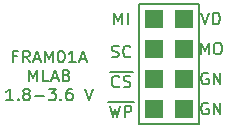
<source format=gbr>
%TF.GenerationSoftware,KiCad,Pcbnew,6.0.11+dfsg-1~bpo11+1*%
%TF.CreationDate,2023-04-13T12:00:23+00:00*%
%TF.ProjectId,FRAM01A,4652414d-3031-4412-9e6b-696361645f70,rev?*%
%TF.SameCoordinates,Original*%
%TF.FileFunction,Legend,Top*%
%TF.FilePolarity,Positive*%
%FSLAX46Y46*%
G04 Gerber Fmt 4.6, Leading zero omitted, Abs format (unit mm)*
G04 Created by KiCad (PCBNEW 6.0.11+dfsg-1~bpo11+1) date 2023-04-13 12:00:23*
%MOMM*%
%LPD*%
G01*
G04 APERTURE LIST*
%ADD10C,0.150000*%
%ADD11R,1.524000X1.524000*%
G04 APERTURE END LIST*
D10*
X150042666Y-82002380D02*
X150376000Y-83002380D01*
X150709333Y-82002380D01*
X151042666Y-83002380D02*
X151042666Y-82002380D01*
X151280761Y-82002380D01*
X151423619Y-82050000D01*
X151518857Y-82145238D01*
X151566476Y-82240476D01*
X151614095Y-82430952D01*
X151614095Y-82573809D01*
X151566476Y-82764285D01*
X151518857Y-82859523D01*
X151423619Y-82954761D01*
X151280761Y-83002380D01*
X151042666Y-83002380D01*
X150614095Y-87130000D02*
X150518857Y-87082380D01*
X150376000Y-87082380D01*
X150233142Y-87130000D01*
X150137904Y-87225238D01*
X150090285Y-87320476D01*
X150042666Y-87510952D01*
X150042666Y-87653809D01*
X150090285Y-87844285D01*
X150137904Y-87939523D01*
X150233142Y-88034761D01*
X150376000Y-88082380D01*
X150471238Y-88082380D01*
X150614095Y-88034761D01*
X150661714Y-87987142D01*
X150661714Y-87653809D01*
X150471238Y-87653809D01*
X151090285Y-88082380D02*
X151090285Y-87082380D01*
X151661714Y-88082380D01*
X151661714Y-87082380D01*
X142684571Y-83002380D02*
X142684571Y-82002380D01*
X143017904Y-82716666D01*
X143351238Y-82002380D01*
X143351238Y-83002380D01*
X143827428Y-83002380D02*
X143827428Y-82002380D01*
X134421904Y-85694571D02*
X134088571Y-85694571D01*
X134088571Y-86218380D02*
X134088571Y-85218380D01*
X134564761Y-85218380D01*
X135517142Y-86218380D02*
X135183809Y-85742190D01*
X134945714Y-86218380D02*
X134945714Y-85218380D01*
X135326666Y-85218380D01*
X135421904Y-85266000D01*
X135469523Y-85313619D01*
X135517142Y-85408857D01*
X135517142Y-85551714D01*
X135469523Y-85646952D01*
X135421904Y-85694571D01*
X135326666Y-85742190D01*
X134945714Y-85742190D01*
X135898095Y-85932666D02*
X136374285Y-85932666D01*
X135802857Y-86218380D02*
X136136190Y-85218380D01*
X136469523Y-86218380D01*
X136802857Y-86218380D02*
X136802857Y-85218380D01*
X137136190Y-85932666D01*
X137469523Y-85218380D01*
X137469523Y-86218380D01*
X138136190Y-85218380D02*
X138231428Y-85218380D01*
X138326666Y-85266000D01*
X138374285Y-85313619D01*
X138421904Y-85408857D01*
X138469523Y-85599333D01*
X138469523Y-85837428D01*
X138421904Y-86027904D01*
X138374285Y-86123142D01*
X138326666Y-86170761D01*
X138231428Y-86218380D01*
X138136190Y-86218380D01*
X138040952Y-86170761D01*
X137993333Y-86123142D01*
X137945714Y-86027904D01*
X137898095Y-85837428D01*
X137898095Y-85599333D01*
X137945714Y-85408857D01*
X137993333Y-85313619D01*
X138040952Y-85266000D01*
X138136190Y-85218380D01*
X139421904Y-86218380D02*
X138850476Y-86218380D01*
X139136190Y-86218380D02*
X139136190Y-85218380D01*
X139040952Y-85361238D01*
X138945714Y-85456476D01*
X138850476Y-85504095D01*
X139802857Y-85932666D02*
X140279047Y-85932666D01*
X139707619Y-86218380D02*
X140040952Y-85218380D01*
X140374285Y-86218380D01*
X135493333Y-87828380D02*
X135493333Y-86828380D01*
X135826666Y-87542666D01*
X136160000Y-86828380D01*
X136160000Y-87828380D01*
X137112380Y-87828380D02*
X136636190Y-87828380D01*
X136636190Y-86828380D01*
X137398095Y-87542666D02*
X137874285Y-87542666D01*
X137302857Y-87828380D02*
X137636190Y-86828380D01*
X137969523Y-87828380D01*
X138636190Y-87304571D02*
X138779047Y-87352190D01*
X138826666Y-87399809D01*
X138874285Y-87495047D01*
X138874285Y-87637904D01*
X138826666Y-87733142D01*
X138779047Y-87780761D01*
X138683809Y-87828380D01*
X138302857Y-87828380D01*
X138302857Y-86828380D01*
X138636190Y-86828380D01*
X138731428Y-86876000D01*
X138779047Y-86923619D01*
X138826666Y-87018857D01*
X138826666Y-87114095D01*
X138779047Y-87209333D01*
X138731428Y-87256952D01*
X138636190Y-87304571D01*
X138302857Y-87304571D01*
X134112380Y-89438380D02*
X133540952Y-89438380D01*
X133826666Y-89438380D02*
X133826666Y-88438380D01*
X133731428Y-88581238D01*
X133636190Y-88676476D01*
X133540952Y-88724095D01*
X134540952Y-89343142D02*
X134588571Y-89390761D01*
X134540952Y-89438380D01*
X134493333Y-89390761D01*
X134540952Y-89343142D01*
X134540952Y-89438380D01*
X135160000Y-88866952D02*
X135064761Y-88819333D01*
X135017142Y-88771714D01*
X134969523Y-88676476D01*
X134969523Y-88628857D01*
X135017142Y-88533619D01*
X135064761Y-88486000D01*
X135160000Y-88438380D01*
X135350476Y-88438380D01*
X135445714Y-88486000D01*
X135493333Y-88533619D01*
X135540952Y-88628857D01*
X135540952Y-88676476D01*
X135493333Y-88771714D01*
X135445714Y-88819333D01*
X135350476Y-88866952D01*
X135160000Y-88866952D01*
X135064761Y-88914571D01*
X135017142Y-88962190D01*
X134969523Y-89057428D01*
X134969523Y-89247904D01*
X135017142Y-89343142D01*
X135064761Y-89390761D01*
X135160000Y-89438380D01*
X135350476Y-89438380D01*
X135445714Y-89390761D01*
X135493333Y-89343142D01*
X135540952Y-89247904D01*
X135540952Y-89057428D01*
X135493333Y-88962190D01*
X135445714Y-88914571D01*
X135350476Y-88866952D01*
X135969523Y-89057428D02*
X136731428Y-89057428D01*
X137112380Y-88438380D02*
X137731428Y-88438380D01*
X137398095Y-88819333D01*
X137540952Y-88819333D01*
X137636190Y-88866952D01*
X137683809Y-88914571D01*
X137731428Y-89009809D01*
X137731428Y-89247904D01*
X137683809Y-89343142D01*
X137636190Y-89390761D01*
X137540952Y-89438380D01*
X137255238Y-89438380D01*
X137160000Y-89390761D01*
X137112380Y-89343142D01*
X138160000Y-89343142D02*
X138207619Y-89390761D01*
X138160000Y-89438380D01*
X138112380Y-89390761D01*
X138160000Y-89343142D01*
X138160000Y-89438380D01*
X139064761Y-88438380D02*
X138874285Y-88438380D01*
X138779047Y-88486000D01*
X138731428Y-88533619D01*
X138636190Y-88676476D01*
X138588571Y-88866952D01*
X138588571Y-89247904D01*
X138636190Y-89343142D01*
X138683809Y-89390761D01*
X138779047Y-89438380D01*
X138969523Y-89438380D01*
X139064761Y-89390761D01*
X139112380Y-89343142D01*
X139160000Y-89247904D01*
X139160000Y-89009809D01*
X139112380Y-88914571D01*
X139064761Y-88866952D01*
X138969523Y-88819333D01*
X138779047Y-88819333D01*
X138683809Y-88866952D01*
X138636190Y-88914571D01*
X138588571Y-89009809D01*
X140207619Y-88438380D02*
X140540952Y-89438380D01*
X140874285Y-88438380D01*
X142184571Y-89594000D02*
X143327428Y-89594000D01*
X142327428Y-89876380D02*
X142565523Y-90876380D01*
X142756000Y-90162095D01*
X142946476Y-90876380D01*
X143184571Y-89876380D01*
X143327428Y-89594000D02*
X144327428Y-89594000D01*
X143565523Y-90876380D02*
X143565523Y-89876380D01*
X143946476Y-89876380D01*
X144041714Y-89924000D01*
X144089333Y-89971619D01*
X144136952Y-90066857D01*
X144136952Y-90209714D01*
X144089333Y-90304952D01*
X144041714Y-90352571D01*
X143946476Y-90400190D01*
X143565523Y-90400190D01*
X142279809Y-87054000D02*
X143279809Y-87054000D01*
X143089333Y-88241142D02*
X143041714Y-88288761D01*
X142898857Y-88336380D01*
X142803619Y-88336380D01*
X142660761Y-88288761D01*
X142565523Y-88193523D01*
X142517904Y-88098285D01*
X142470285Y-87907809D01*
X142470285Y-87764952D01*
X142517904Y-87574476D01*
X142565523Y-87479238D01*
X142660761Y-87384000D01*
X142803619Y-87336380D01*
X142898857Y-87336380D01*
X143041714Y-87384000D01*
X143089333Y-87431619D01*
X143279809Y-87054000D02*
X144232190Y-87054000D01*
X143470285Y-88288761D02*
X143613142Y-88336380D01*
X143851238Y-88336380D01*
X143946476Y-88288761D01*
X143994095Y-88241142D01*
X144041714Y-88145904D01*
X144041714Y-88050666D01*
X143994095Y-87955428D01*
X143946476Y-87907809D01*
X143851238Y-87860190D01*
X143660761Y-87812571D01*
X143565523Y-87764952D01*
X143517904Y-87717333D01*
X143470285Y-87622095D01*
X143470285Y-87526857D01*
X143517904Y-87431619D01*
X143565523Y-87384000D01*
X143660761Y-87336380D01*
X143898857Y-87336380D01*
X144041714Y-87384000D01*
X150614095Y-89670000D02*
X150518857Y-89622380D01*
X150376000Y-89622380D01*
X150233142Y-89670000D01*
X150137904Y-89765238D01*
X150090285Y-89860476D01*
X150042666Y-90050952D01*
X150042666Y-90193809D01*
X150090285Y-90384285D01*
X150137904Y-90479523D01*
X150233142Y-90574761D01*
X150376000Y-90622380D01*
X150471238Y-90622380D01*
X150614095Y-90574761D01*
X150661714Y-90527142D01*
X150661714Y-90193809D01*
X150471238Y-90193809D01*
X151090285Y-90622380D02*
X151090285Y-89622380D01*
X151661714Y-90622380D01*
X151661714Y-89622380D01*
X150018857Y-85542380D02*
X150018857Y-84542380D01*
X150352190Y-85256666D01*
X150685523Y-84542380D01*
X150685523Y-85542380D01*
X151352190Y-84542380D02*
X151542666Y-84542380D01*
X151637904Y-84590000D01*
X151733142Y-84685238D01*
X151780761Y-84875714D01*
X151780761Y-85209047D01*
X151733142Y-85399523D01*
X151637904Y-85494761D01*
X151542666Y-85542380D01*
X151352190Y-85542380D01*
X151256952Y-85494761D01*
X151161714Y-85399523D01*
X151114095Y-85209047D01*
X151114095Y-84875714D01*
X151161714Y-84685238D01*
X151256952Y-84590000D01*
X151352190Y-84542380D01*
X142470285Y-85748761D02*
X142613142Y-85796380D01*
X142851238Y-85796380D01*
X142946476Y-85748761D01*
X142994095Y-85701142D01*
X143041714Y-85605904D01*
X143041714Y-85510666D01*
X142994095Y-85415428D01*
X142946476Y-85367809D01*
X142851238Y-85320190D01*
X142660761Y-85272571D01*
X142565523Y-85224952D01*
X142517904Y-85177333D01*
X142470285Y-85082095D01*
X142470285Y-84986857D01*
X142517904Y-84891619D01*
X142565523Y-84844000D01*
X142660761Y-84796380D01*
X142898857Y-84796380D01*
X143041714Y-84844000D01*
X144041714Y-85701142D02*
X143994095Y-85748761D01*
X143851238Y-85796380D01*
X143756000Y-85796380D01*
X143613142Y-85748761D01*
X143517904Y-85653523D01*
X143470285Y-85558285D01*
X143422666Y-85367809D01*
X143422666Y-85224952D01*
X143470285Y-85034476D01*
X143517904Y-84939238D01*
X143613142Y-84844000D01*
X143756000Y-84796380D01*
X143851238Y-84796380D01*
X143994095Y-84844000D01*
X144041714Y-84891619D01*
%TO.C,J2*%
X149860000Y-91440000D02*
X144780000Y-91440000D01*
X144780000Y-91440000D02*
X144780000Y-81280000D01*
X149860000Y-81280000D02*
X149860000Y-91440000D01*
X144780000Y-81280000D02*
X149860000Y-81280000D01*
%TD*%
D11*
%TO.C,J2*%
X146050000Y-82550000D03*
X148590000Y-82550000D03*
X146050000Y-85090000D03*
X148590000Y-85090000D03*
X146050000Y-87630000D03*
X148590000Y-87630000D03*
X146050000Y-90170000D03*
X148590000Y-90170000D03*
%TD*%
M02*

</source>
